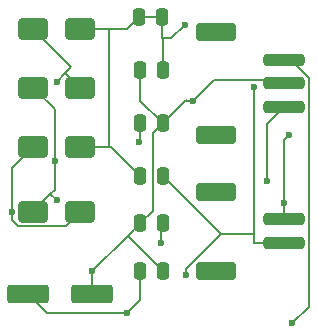
<source format=gbr>
%TF.GenerationSoftware,KiCad,Pcbnew,9.0.6*%
%TF.CreationDate,2025-12-25T16:33:08+05:30*%
%TF.ProjectId,GitHub2,47697448-7562-4322-9e6b-696361645f70,rev?*%
%TF.SameCoordinates,Original*%
%TF.FileFunction,Copper,L2,Bot*%
%TF.FilePolarity,Positive*%
%FSLAX46Y46*%
G04 Gerber Fmt 4.6, Leading zero omitted, Abs format (unit mm)*
G04 Created by KiCad (PCBNEW 9.0.6) date 2025-12-25 16:33:08*
%MOMM*%
%LPD*%
G01*
G04 APERTURE LIST*
G04 Aperture macros list*
%AMRoundRect*
0 Rectangle with rounded corners*
0 $1 Rounding radius*
0 $2 $3 $4 $5 $6 $7 $8 $9 X,Y pos of 4 corners*
0 Add a 4 corners polygon primitive as box body*
4,1,4,$2,$3,$4,$5,$6,$7,$8,$9,$2,$3,0*
0 Add four circle primitives for the rounded corners*
1,1,$1+$1,$2,$3*
1,1,$1+$1,$4,$5*
1,1,$1+$1,$6,$7*
1,1,$1+$1,$8,$9*
0 Add four rect primitives between the rounded corners*
20,1,$1+$1,$2,$3,$4,$5,0*
20,1,$1+$1,$4,$5,$6,$7,0*
20,1,$1+$1,$6,$7,$8,$9,0*
20,1,$1+$1,$8,$9,$2,$3,0*%
G04 Aperture macros list end*
%TA.AperFunction,SMDPad,CuDef*%
%ADD10RoundRect,0.250000X0.250000X0.475000X-0.250000X0.475000X-0.250000X-0.475000X0.250000X-0.475000X0*%
%TD*%
%TA.AperFunction,SMDPad,CuDef*%
%ADD11RoundRect,0.250000X1.500000X-0.250000X1.500000X0.250000X-1.500000X0.250000X-1.500000X-0.250000X0*%
%TD*%
%TA.AperFunction,SMDPad,CuDef*%
%ADD12RoundRect,0.250001X1.449999X-0.499999X1.449999X0.499999X-1.449999X0.499999X-1.449999X-0.499999X0*%
%TD*%
%TA.AperFunction,SMDPad,CuDef*%
%ADD13RoundRect,0.250000X1.000000X0.650000X-1.000000X0.650000X-1.000000X-0.650000X1.000000X-0.650000X0*%
%TD*%
%TA.AperFunction,SMDPad,CuDef*%
%ADD14RoundRect,0.250000X1.500000X0.550000X-1.500000X0.550000X-1.500000X-0.550000X1.500000X-0.550000X0*%
%TD*%
%TA.AperFunction,ViaPad*%
%ADD15C,0.600000*%
%TD*%
%TA.AperFunction,Conductor*%
%ADD16C,0.200000*%
%TD*%
G04 APERTURE END LIST*
D10*
%TO.P,C12,1*%
%TO.N,Net-(J1-Pin_2)*%
X27500000Y-35500000D03*
%TO.P,C12,2*%
%TO.N,Net-(J3-Pin_3)*%
X25600000Y-35500000D03*
%TD*%
D11*
%TO.P,J2,1,Pin_1*%
%TO.N,Net-(J2-Pin_1)*%
X37750000Y-33150000D03*
%TO.P,J2,2,Pin_2*%
%TO.N,Net-(D1-K)*%
X37750000Y-31150000D03*
D12*
%TO.P,J2,MP*%
%TO.N,N/C*%
X32000000Y-35500000D03*
X32000000Y-28800000D03*
%TD*%
D13*
%TO.P,D4,1,K*%
%TO.N,Net-(D3-A)*%
X20500000Y-30500000D03*
%TO.P,D4,2,A*%
%TO.N,Net-(D2-A)*%
X16500000Y-30500000D03*
%TD*%
D10*
%TO.P,C6,1*%
%TO.N,Net-(J1-Pin_2)*%
X27500000Y-23000000D03*
%TO.P,C6,2*%
%TO.N,Net-(D2-A)*%
X25600000Y-23000000D03*
%TD*%
D14*
%TO.P,C9,1*%
%TO.N,Net-(J1-Pin_2)*%
X21500000Y-37500000D03*
%TO.P,C9,2*%
%TO.N,Net-(J3-Pin_3)*%
X16100000Y-37500000D03*
%TD*%
D10*
%TO.P,C10,1*%
%TO.N,Net-(J2-Pin_1)*%
X27500000Y-27500000D03*
%TO.P,C10,2*%
%TO.N,Net-(D1-K)*%
X25600000Y-27500000D03*
%TD*%
%TO.P,C11,1*%
%TO.N,Net-(J3-Pin_1)*%
X27500000Y-31500000D03*
%TO.P,C11,2*%
%TO.N,Net-(J1-Pin_2)*%
X25600000Y-31500000D03*
%TD*%
%TO.P,C5,1*%
%TO.N,Net-(D1-K)*%
X27500000Y-18500000D03*
%TO.P,C5,2*%
%TO.N,Net-(J1-Pin_2)*%
X25600000Y-18500000D03*
%TD*%
%TO.P,C4,1*%
%TO.N,Net-(D1-K)*%
X27400000Y-14000000D03*
%TO.P,C4,2*%
X25500000Y-14000000D03*
%TD*%
D13*
%TO.P,D3,1,K*%
%TO.N,Net-(D1-K)*%
X20500000Y-25000000D03*
%TO.P,D3,2,A*%
%TO.N,Net-(D3-A)*%
X16500000Y-25000000D03*
%TD*%
%TO.P,D1,1,K*%
%TO.N,Net-(D1-K)*%
X20500000Y-15000000D03*
%TO.P,D1,2,A*%
%TO.N,Net-(D1-A)*%
X16500000Y-15000000D03*
%TD*%
%TO.P,D2,1,K*%
%TO.N,Net-(D1-A)*%
X20500000Y-20000000D03*
%TO.P,D2,2,A*%
%TO.N,Net-(D2-A)*%
X16500000Y-20000000D03*
%TD*%
D11*
%TO.P,J3,1,Pin_1*%
%TO.N,Net-(J3-Pin_1)*%
X37750000Y-21650000D03*
%TO.P,J3,2,Pin_2*%
%TO.N,Net-(J1-Pin_2)*%
X37750000Y-19650000D03*
%TO.P,J3,3,Pin_3*%
%TO.N,Net-(J3-Pin_3)*%
X37750000Y-17650000D03*
D12*
%TO.P,J3,MP*%
%TO.N,N/C*%
X32000000Y-24000000D03*
X32000000Y-15300000D03*
%TD*%
D15*
%TO.N,Net-(D1-K)*%
X37750000Y-29807600D03*
X38168800Y-24053500D03*
X29331500Y-14723400D03*
%TO.N,Net-(J1-Pin_2)*%
X30019900Y-21169700D03*
X21500000Y-35565200D03*
%TO.N,Net-(D2-A)*%
X18500000Y-29537600D03*
X18342400Y-26197700D03*
X25467500Y-24610700D03*
%TO.N,Net-(J2-Pin_1)*%
X35175100Y-19950500D03*
X29437700Y-35899500D03*
%TO.N,Net-(J3-Pin_1)*%
X27338600Y-33186400D03*
X36351500Y-27899500D03*
%TO.N,Net-(J3-Pin_3)*%
X24469900Y-39107700D03*
X38449900Y-39972200D03*
%TO.N,Net-(D1-A)*%
X18500000Y-19486900D03*
%TO.N,Net-(D3-A)*%
X14694100Y-30504500D03*
%TD*%
D16*
%TO.N,Net-(D1-K)*%
X22969600Y-25000000D02*
X23100000Y-25000000D01*
X27400000Y-15837000D02*
X27500000Y-15837000D01*
X27500000Y-15837000D02*
X27500000Y-18500000D01*
X25500000Y-14000000D02*
X27400000Y-14000000D01*
X28217900Y-15837000D02*
X29331500Y-14723400D01*
X27400000Y-14000000D02*
X27400000Y-15837000D01*
X37750000Y-31150000D02*
X37750000Y-29807600D01*
X37750000Y-29807600D02*
X37750000Y-24472300D01*
X23100000Y-25000000D02*
X25600000Y-27500000D01*
X22969600Y-15000000D02*
X24500000Y-15000000D01*
X37750000Y-24472300D02*
X38168800Y-24053500D01*
X20500000Y-25000000D02*
X22969600Y-25000000D01*
X24500000Y-15000000D02*
X25500000Y-14000000D01*
X20500000Y-15000000D02*
X22969600Y-15000000D01*
X22969600Y-15000000D02*
X22969600Y-25000000D01*
X27500000Y-15837000D02*
X28217900Y-15837000D01*
%TO.N,Net-(J1-Pin_2)*%
X29451000Y-21049000D02*
X27500000Y-23000000D01*
X30019900Y-21169700D02*
X29571700Y-21169700D01*
X31840800Y-19348800D02*
X30019900Y-21169700D01*
X21500000Y-35565200D02*
X21500000Y-37500000D01*
X21534800Y-35565200D02*
X24550000Y-32550000D01*
X27500000Y-23000000D02*
X25600000Y-21100000D01*
X25600000Y-21100000D02*
X25600000Y-18500000D01*
X25600000Y-31500000D02*
X26631200Y-30468800D01*
X24550000Y-32550000D02*
X27500000Y-35500000D01*
X26631200Y-23868800D02*
X27500000Y-23000000D01*
X37448800Y-19348800D02*
X31840800Y-19348800D01*
X24550000Y-32550000D02*
X25600000Y-31500000D01*
X29571700Y-21169700D02*
X29451000Y-21049000D01*
X26631200Y-30468800D02*
X26631200Y-23868800D01*
X21500000Y-35565200D02*
X21534800Y-35565200D01*
X37750000Y-19650000D02*
X37448800Y-19348800D01*
%TO.N,Net-(D2-A)*%
X16500000Y-20000000D02*
X18342400Y-21842400D01*
X25467500Y-24610700D02*
X25600000Y-24478200D01*
X18500000Y-29537600D02*
X17981200Y-29018800D01*
X18342400Y-26197700D02*
X18342400Y-28657600D01*
X25600000Y-24478200D02*
X25600000Y-23000000D01*
X18342400Y-28657600D02*
X17981200Y-29018800D01*
X18342400Y-21842400D02*
X18342400Y-26197700D01*
X17981200Y-29018800D02*
X16500000Y-30500000D01*
%TO.N,Net-(J2-Pin_1)*%
X31801700Y-31801600D02*
X32343500Y-32343500D01*
X29437700Y-35899500D02*
X29437700Y-35330700D01*
X37750000Y-33150000D02*
X35175100Y-33150000D01*
X35175100Y-32384200D02*
X35175100Y-19950500D01*
X32384200Y-32384200D02*
X35175100Y-32384200D01*
X32384200Y-32384100D02*
X32384200Y-32384200D01*
X35175100Y-33150000D02*
X35175100Y-32384200D01*
X29437700Y-35330700D02*
X32384200Y-32384200D01*
X27500000Y-27500000D02*
X31801700Y-31801600D01*
X32343500Y-32343500D02*
X32384200Y-32384100D01*
%TO.N,Net-(J3-Pin_1)*%
X27338600Y-31661400D02*
X27338600Y-33186400D01*
X37750000Y-21650000D02*
X36351500Y-23048500D01*
X27500000Y-31500000D02*
X27338600Y-31661400D01*
X36351500Y-23048500D02*
X36351500Y-27899500D01*
%TO.N,Net-(J3-Pin_3)*%
X39839700Y-38582400D02*
X38449900Y-39972200D01*
X38323400Y-17650000D02*
X39839700Y-19166300D01*
X38323400Y-17650000D02*
X37750000Y-17650000D01*
X16100000Y-37500000D02*
X17707700Y-39107700D01*
X25600000Y-37977600D02*
X25600000Y-35500000D01*
X24469900Y-39107700D02*
X25600000Y-37977600D01*
X17707700Y-39107700D02*
X24469900Y-39107700D01*
X39839700Y-19166300D02*
X39839700Y-38582400D01*
%TO.N,Net-(D1-A)*%
X18500000Y-19486900D02*
X19243500Y-18743400D01*
X19743500Y-18243400D02*
X19243500Y-18743400D01*
X19243500Y-18743400D02*
X20500000Y-20000000D01*
X16500000Y-15000000D02*
X19743500Y-18243400D01*
%TO.N,Net-(D3-A)*%
X16500000Y-25000000D02*
X14694100Y-26805900D01*
X19259300Y-31740700D02*
X20500000Y-30500000D01*
X14694100Y-31176900D02*
X15257900Y-31740700D01*
X15257900Y-31740700D02*
X19259300Y-31740700D01*
X14694100Y-26805900D02*
X14694100Y-30504500D01*
X14694100Y-30504500D02*
X14694100Y-31176900D01*
%TD*%
M02*

</source>
